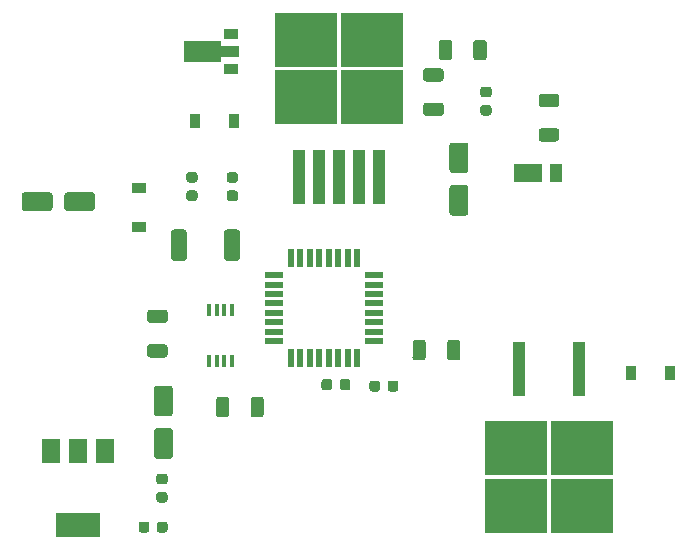
<source format=gbr>
%TF.GenerationSoftware,KiCad,Pcbnew,(5.1.8)-1*%
%TF.CreationDate,2021-08-28T19:56:38+01:00*%
%TF.ProjectId,OSC21,4f534332-312e-46b6-9963-61645f706362,rev?*%
%TF.SameCoordinates,Original*%
%TF.FileFunction,Paste,Top*%
%TF.FilePolarity,Positive*%
%FSLAX46Y46*%
G04 Gerber Fmt 4.6, Leading zero omitted, Abs format (unit mm)*
G04 Created by KiCad (PCBNEW (5.1.8)-1) date 2021-08-28 19:56:38*
%MOMM*%
%LPD*%
G01*
G04 APERTURE LIST*
%ADD10R,1.050000X1.500000*%
%ADD11R,2.400000X1.500000*%
%ADD12R,1.500000X2.000000*%
%ADD13R,3.800000X2.000000*%
%ADD14R,0.400000X1.100000*%
%ADD15R,5.250000X4.550000*%
%ADD16R,1.100000X4.600000*%
%ADD17R,1.600000X0.550000*%
%ADD18R,0.550000X1.600000*%
%ADD19C,0.100000*%
%ADD20R,1.300000X0.900000*%
%ADD21R,1.200000X0.900000*%
%ADD22R,0.900000X1.200000*%
G04 APERTURE END LIST*
D10*
%TO.C,D1*%
X154941000Y-92519500D03*
D11*
X152566000Y-92519500D03*
%TD*%
D12*
%TO.C,U4*%
X116727000Y-116039500D03*
X112127000Y-116039500D03*
X114427000Y-116039500D03*
D13*
X114427000Y-122339500D03*
%TD*%
D14*
%TO.C,U3*%
X127467000Y-108385500D03*
X126817000Y-108385500D03*
X126167000Y-108385500D03*
X125517000Y-108385500D03*
X125517000Y-104085500D03*
X126167000Y-104085500D03*
X126817000Y-104085500D03*
X127467000Y-104085500D03*
%TD*%
D15*
%TO.C,U2*%
X139300000Y-86108500D03*
X133750000Y-81258500D03*
X133750000Y-86108500D03*
X139300000Y-81258500D03*
D16*
X139925000Y-92833500D03*
X138225000Y-92833500D03*
X136525000Y-92833500D03*
X134825000Y-92833500D03*
X133125000Y-92833500D03*
%TD*%
D17*
%TO.C,U1*%
X131005000Y-106749500D03*
X131005000Y-105949500D03*
X131005000Y-105149500D03*
X131005000Y-104349500D03*
X131005000Y-103549500D03*
X131005000Y-102749500D03*
X131005000Y-101949500D03*
X131005000Y-101149500D03*
D18*
X132455000Y-99699500D03*
X133255000Y-99699500D03*
X134055000Y-99699500D03*
X134855000Y-99699500D03*
X135655000Y-99699500D03*
X136455000Y-99699500D03*
X137255000Y-99699500D03*
X138055000Y-99699500D03*
D17*
X139505000Y-101149500D03*
X139505000Y-101949500D03*
X139505000Y-102749500D03*
X139505000Y-103549500D03*
X139505000Y-104349500D03*
X139505000Y-105149500D03*
X139505000Y-105949500D03*
X139505000Y-106749500D03*
D18*
X138055000Y-108199500D03*
X137255000Y-108199500D03*
X136455000Y-108199500D03*
X135655000Y-108199500D03*
X134855000Y-108199500D03*
X134055000Y-108199500D03*
X133255000Y-108199500D03*
X132455000Y-108199500D03*
%TD*%
%TO.C,R7*%
G36*
G01*
X154930001Y-86920500D02*
X153679999Y-86920500D01*
G75*
G02*
X153430000Y-86670501I0J249999D01*
G01*
X153430000Y-86045499D01*
G75*
G02*
X153679999Y-85795500I249999J0D01*
G01*
X154930001Y-85795500D01*
G75*
G02*
X155180000Y-86045499I0J-249999D01*
G01*
X155180000Y-86670501D01*
G75*
G02*
X154930001Y-86920500I-249999J0D01*
G01*
G37*
G36*
G01*
X154930001Y-89845500D02*
X153679999Y-89845500D01*
G75*
G02*
X153430000Y-89595501I0J249999D01*
G01*
X153430000Y-88970499D01*
G75*
G02*
X153679999Y-88720500I249999J0D01*
G01*
X154930001Y-88720500D01*
G75*
G02*
X155180000Y-88970499I0J-249999D01*
G01*
X155180000Y-89595501D01*
G75*
G02*
X154930001Y-89845500I-249999J0D01*
G01*
G37*
%TD*%
%TO.C,R6*%
G36*
G01*
X121783001Y-105208500D02*
X120532999Y-105208500D01*
G75*
G02*
X120283000Y-104958501I0J249999D01*
G01*
X120283000Y-104333499D01*
G75*
G02*
X120532999Y-104083500I249999J0D01*
G01*
X121783001Y-104083500D01*
G75*
G02*
X122033000Y-104333499I0J-249999D01*
G01*
X122033000Y-104958501D01*
G75*
G02*
X121783001Y-105208500I-249999J0D01*
G01*
G37*
G36*
G01*
X121783001Y-108133500D02*
X120532999Y-108133500D01*
G75*
G02*
X120283000Y-107883501I0J249999D01*
G01*
X120283000Y-107258499D01*
G75*
G02*
X120532999Y-107008500I249999J0D01*
G01*
X121783001Y-107008500D01*
G75*
G02*
X122033000Y-107258499I0J-249999D01*
G01*
X122033000Y-107883501D01*
G75*
G02*
X121783001Y-108133500I-249999J0D01*
G01*
G37*
%TD*%
%TO.C,R5*%
G36*
G01*
X147904500Y-82730501D02*
X147904500Y-81480499D01*
G75*
G02*
X148154499Y-81230500I249999J0D01*
G01*
X148779501Y-81230500D01*
G75*
G02*
X149029500Y-81480499I0J-249999D01*
G01*
X149029500Y-82730501D01*
G75*
G02*
X148779501Y-82980500I-249999J0D01*
G01*
X148154499Y-82980500D01*
G75*
G02*
X147904500Y-82730501I0J249999D01*
G01*
G37*
G36*
G01*
X144979500Y-82730501D02*
X144979500Y-81480499D01*
G75*
G02*
X145229499Y-81230500I249999J0D01*
G01*
X145854501Y-81230500D01*
G75*
G02*
X146104500Y-81480499I0J-249999D01*
G01*
X146104500Y-82730501D01*
G75*
G02*
X145854501Y-82980500I-249999J0D01*
G01*
X145229499Y-82980500D01*
G75*
G02*
X144979500Y-82730501I0J249999D01*
G01*
G37*
%TD*%
%TO.C,R4*%
G36*
G01*
X143900999Y-86561500D02*
X145151001Y-86561500D01*
G75*
G02*
X145401000Y-86811499I0J-249999D01*
G01*
X145401000Y-87436501D01*
G75*
G02*
X145151001Y-87686500I-249999J0D01*
G01*
X143900999Y-87686500D01*
G75*
G02*
X143651000Y-87436501I0J249999D01*
G01*
X143651000Y-86811499D01*
G75*
G02*
X143900999Y-86561500I249999J0D01*
G01*
G37*
G36*
G01*
X143900999Y-83636500D02*
X145151001Y-83636500D01*
G75*
G02*
X145401000Y-83886499I0J-249999D01*
G01*
X145401000Y-84511501D01*
G75*
G02*
X145151001Y-84761500I-249999J0D01*
G01*
X143900999Y-84761500D01*
G75*
G02*
X143651000Y-84511501I0J249999D01*
G01*
X143651000Y-83886499D01*
G75*
G02*
X143900999Y-83636500I249999J0D01*
G01*
G37*
%TD*%
%TO.C,R3*%
G36*
G01*
X143880000Y-106880499D02*
X143880000Y-108130501D01*
G75*
G02*
X143630001Y-108380500I-249999J0D01*
G01*
X143004999Y-108380500D01*
G75*
G02*
X142755000Y-108130501I0J249999D01*
G01*
X142755000Y-106880499D01*
G75*
G02*
X143004999Y-106630500I249999J0D01*
G01*
X143630001Y-106630500D01*
G75*
G02*
X143880000Y-106880499I0J-249999D01*
G01*
G37*
G36*
G01*
X146805000Y-106880499D02*
X146805000Y-108130501D01*
G75*
G02*
X146555001Y-108380500I-249999J0D01*
G01*
X145929999Y-108380500D01*
G75*
G02*
X145680000Y-108130501I0J249999D01*
G01*
X145680000Y-106880499D01*
G75*
G02*
X145929999Y-106630500I249999J0D01*
G01*
X146555001Y-106630500D01*
G75*
G02*
X146805000Y-106880499I0J-249999D01*
G01*
G37*
%TD*%
%TO.C,R1*%
G36*
G01*
X129043000Y-112956501D02*
X129043000Y-111706499D01*
G75*
G02*
X129292999Y-111456500I249999J0D01*
G01*
X129918001Y-111456500D01*
G75*
G02*
X130168000Y-111706499I0J-249999D01*
G01*
X130168000Y-112956501D01*
G75*
G02*
X129918001Y-113206500I-249999J0D01*
G01*
X129292999Y-113206500D01*
G75*
G02*
X129043000Y-112956501I0J249999D01*
G01*
G37*
G36*
G01*
X126118000Y-112956501D02*
X126118000Y-111706499D01*
G75*
G02*
X126367999Y-111456500I249999J0D01*
G01*
X126993001Y-111456500D01*
G75*
G02*
X127243000Y-111706499I0J-249999D01*
G01*
X127243000Y-112956501D01*
G75*
G02*
X126993001Y-113206500I-249999J0D01*
G01*
X126367999Y-113206500D01*
G75*
G02*
X126118000Y-112956501I0J249999D01*
G01*
G37*
%TD*%
D15*
%TO.C,Q2*%
X151530000Y-115821500D03*
X157080000Y-120671500D03*
X157080000Y-115821500D03*
X151530000Y-120671500D03*
D16*
X151765000Y-109096500D03*
X156845000Y-109096500D03*
%TD*%
D19*
%TO.C,Q1*%
G36*
X123430000Y-81366000D02*
G01*
X126555000Y-81366000D01*
X126555000Y-81782500D01*
X128030000Y-81782500D01*
X128030000Y-82682500D01*
X126555000Y-82682500D01*
X126555000Y-83099000D01*
X123430000Y-83099000D01*
X123430000Y-81366000D01*
G37*
D20*
X127380000Y-80732500D03*
X127380000Y-83732500D03*
%TD*%
%TO.C,L1*%
G36*
G01*
X126797000Y-99690501D02*
X126797000Y-97540499D01*
G75*
G02*
X127046999Y-97290500I249999J0D01*
G01*
X127897001Y-97290500D01*
G75*
G02*
X128147000Y-97540499I0J-249999D01*
G01*
X128147000Y-99690501D01*
G75*
G02*
X127897001Y-99940500I-249999J0D01*
G01*
X127046999Y-99940500D01*
G75*
G02*
X126797000Y-99690501I0J249999D01*
G01*
G37*
G36*
G01*
X122297000Y-99690501D02*
X122297000Y-97540499D01*
G75*
G02*
X122546999Y-97290500I249999J0D01*
G01*
X123397001Y-97290500D01*
G75*
G02*
X123647000Y-97540499I0J-249999D01*
G01*
X123647000Y-99690501D01*
G75*
G02*
X123397001Y-99940500I-249999J0D01*
G01*
X122546999Y-99940500D01*
G75*
G02*
X122297000Y-99690501I0J249999D01*
G01*
G37*
%TD*%
D21*
%TO.C,D5*%
X119634000Y-97090500D03*
X119634000Y-93790500D03*
%TD*%
D22*
%TO.C,D4*%
X161292000Y-109410500D03*
X164592000Y-109410500D03*
%TD*%
%TO.C,D3*%
X127634000Y-88074500D03*
X124334000Y-88074500D03*
%TD*%
%TO.C,C10*%
G36*
G01*
X121116000Y-114101500D02*
X122216000Y-114101500D01*
G75*
G02*
X122466000Y-114351500I0J-250000D01*
G01*
X122466000Y-116451500D01*
G75*
G02*
X122216000Y-116701500I-250000J0D01*
G01*
X121116000Y-116701500D01*
G75*
G02*
X120866000Y-116451500I0J250000D01*
G01*
X120866000Y-114351500D01*
G75*
G02*
X121116000Y-114101500I250000J0D01*
G01*
G37*
G36*
G01*
X121116000Y-110501500D02*
X122216000Y-110501500D01*
G75*
G02*
X122466000Y-110751500I0J-250000D01*
G01*
X122466000Y-112851500D01*
G75*
G02*
X122216000Y-113101500I-250000J0D01*
G01*
X121116000Y-113101500D01*
G75*
G02*
X120866000Y-112851500I0J250000D01*
G01*
X120866000Y-110751500D01*
G75*
G02*
X121116000Y-110501500I250000J0D01*
G01*
G37*
%TD*%
%TO.C,C9*%
G36*
G01*
X121789000Y-118864500D02*
X121289000Y-118864500D01*
G75*
G02*
X121064000Y-118639500I0J225000D01*
G01*
X121064000Y-118189500D01*
G75*
G02*
X121289000Y-117964500I225000J0D01*
G01*
X121789000Y-117964500D01*
G75*
G02*
X122014000Y-118189500I0J-225000D01*
G01*
X122014000Y-118639500D01*
G75*
G02*
X121789000Y-118864500I-225000J0D01*
G01*
G37*
G36*
G01*
X121789000Y-120414500D02*
X121289000Y-120414500D01*
G75*
G02*
X121064000Y-120189500I0J225000D01*
G01*
X121064000Y-119739500D01*
G75*
G02*
X121289000Y-119514500I225000J0D01*
G01*
X121789000Y-119514500D01*
G75*
G02*
X122014000Y-119739500I0J-225000D01*
G01*
X122014000Y-120189500D01*
G75*
G02*
X121789000Y-120414500I-225000J0D01*
G01*
G37*
%TD*%
%TO.C,C8*%
G36*
G01*
X123829000Y-93974500D02*
X124329000Y-93974500D01*
G75*
G02*
X124554000Y-94199500I0J-225000D01*
G01*
X124554000Y-94649500D01*
G75*
G02*
X124329000Y-94874500I-225000J0D01*
G01*
X123829000Y-94874500D01*
G75*
G02*
X123604000Y-94649500I0J225000D01*
G01*
X123604000Y-94199500D01*
G75*
G02*
X123829000Y-93974500I225000J0D01*
G01*
G37*
G36*
G01*
X123829000Y-92424500D02*
X124329000Y-92424500D01*
G75*
G02*
X124554000Y-92649500I0J-225000D01*
G01*
X124554000Y-93099500D01*
G75*
G02*
X124329000Y-93324500I-225000J0D01*
G01*
X123829000Y-93324500D01*
G75*
G02*
X123604000Y-93099500I0J225000D01*
G01*
X123604000Y-92649500D01*
G75*
G02*
X123829000Y-92424500I225000J0D01*
G01*
G37*
%TD*%
%TO.C,C7*%
G36*
G01*
X121115000Y-122741500D02*
X121115000Y-122241500D01*
G75*
G02*
X121340000Y-122016500I225000J0D01*
G01*
X121790000Y-122016500D01*
G75*
G02*
X122015000Y-122241500I0J-225000D01*
G01*
X122015000Y-122741500D01*
G75*
G02*
X121790000Y-122966500I-225000J0D01*
G01*
X121340000Y-122966500D01*
G75*
G02*
X121115000Y-122741500I0J225000D01*
G01*
G37*
G36*
G01*
X119565000Y-122741500D02*
X119565000Y-122241500D01*
G75*
G02*
X119790000Y-122016500I225000J0D01*
G01*
X120240000Y-122016500D01*
G75*
G02*
X120465000Y-122241500I0J-225000D01*
G01*
X120465000Y-122741500D01*
G75*
G02*
X120240000Y-122966500I-225000J0D01*
G01*
X119790000Y-122966500D01*
G75*
G02*
X119565000Y-122741500I0J225000D01*
G01*
G37*
%TD*%
%TO.C,C6*%
G36*
G01*
X148721000Y-86748500D02*
X149221000Y-86748500D01*
G75*
G02*
X149446000Y-86973500I0J-225000D01*
G01*
X149446000Y-87423500D01*
G75*
G02*
X149221000Y-87648500I-225000J0D01*
G01*
X148721000Y-87648500D01*
G75*
G02*
X148496000Y-87423500I0J225000D01*
G01*
X148496000Y-86973500D01*
G75*
G02*
X148721000Y-86748500I225000J0D01*
G01*
G37*
G36*
G01*
X148721000Y-85198500D02*
X149221000Y-85198500D01*
G75*
G02*
X149446000Y-85423500I0J-225000D01*
G01*
X149446000Y-85873500D01*
G75*
G02*
X149221000Y-86098500I-225000J0D01*
G01*
X148721000Y-86098500D01*
G75*
G02*
X148496000Y-85873500I0J225000D01*
G01*
X148496000Y-85423500D01*
G75*
G02*
X148721000Y-85198500I225000J0D01*
G01*
G37*
%TD*%
%TO.C,C5*%
G36*
G01*
X146135000Y-93527500D02*
X147235000Y-93527500D01*
G75*
G02*
X147485000Y-93777500I0J-250000D01*
G01*
X147485000Y-95877500D01*
G75*
G02*
X147235000Y-96127500I-250000J0D01*
G01*
X146135000Y-96127500D01*
G75*
G02*
X145885000Y-95877500I0J250000D01*
G01*
X145885000Y-93777500D01*
G75*
G02*
X146135000Y-93527500I250000J0D01*
G01*
G37*
G36*
G01*
X146135000Y-89927500D02*
X147235000Y-89927500D01*
G75*
G02*
X147485000Y-90177500I0J-250000D01*
G01*
X147485000Y-92277500D01*
G75*
G02*
X147235000Y-92527500I-250000J0D01*
G01*
X146135000Y-92527500D01*
G75*
G02*
X145885000Y-92277500I0J250000D01*
G01*
X145885000Y-90177500D01*
G75*
G02*
X146135000Y-89927500I250000J0D01*
G01*
G37*
%TD*%
%TO.C,C4*%
G36*
G01*
X112276000Y-94382500D02*
X112276000Y-95482500D01*
G75*
G02*
X112026000Y-95732500I-250000J0D01*
G01*
X109926000Y-95732500D01*
G75*
G02*
X109676000Y-95482500I0J250000D01*
G01*
X109676000Y-94382500D01*
G75*
G02*
X109926000Y-94132500I250000J0D01*
G01*
X112026000Y-94132500D01*
G75*
G02*
X112276000Y-94382500I0J-250000D01*
G01*
G37*
G36*
G01*
X115876000Y-94382500D02*
X115876000Y-95482500D01*
G75*
G02*
X115626000Y-95732500I-250000J0D01*
G01*
X113526000Y-95732500D01*
G75*
G02*
X113276000Y-95482500I0J250000D01*
G01*
X113276000Y-94382500D01*
G75*
G02*
X113526000Y-94132500I250000J0D01*
G01*
X115626000Y-94132500D01*
G75*
G02*
X115876000Y-94382500I0J-250000D01*
G01*
G37*
%TD*%
%TO.C,C3*%
G36*
G01*
X127258000Y-93987500D02*
X127758000Y-93987500D01*
G75*
G02*
X127983000Y-94212500I0J-225000D01*
G01*
X127983000Y-94662500D01*
G75*
G02*
X127758000Y-94887500I-225000J0D01*
G01*
X127258000Y-94887500D01*
G75*
G02*
X127033000Y-94662500I0J225000D01*
G01*
X127033000Y-94212500D01*
G75*
G02*
X127258000Y-93987500I225000J0D01*
G01*
G37*
G36*
G01*
X127258000Y-92437500D02*
X127758000Y-92437500D01*
G75*
G02*
X127983000Y-92662500I0J-225000D01*
G01*
X127983000Y-93112500D01*
G75*
G02*
X127758000Y-93337500I-225000J0D01*
G01*
X127258000Y-93337500D01*
G75*
G02*
X127033000Y-93112500I0J225000D01*
G01*
X127033000Y-92662500D01*
G75*
G02*
X127258000Y-92437500I225000J0D01*
G01*
G37*
%TD*%
%TO.C,C2*%
G36*
G01*
X140660000Y-110803500D02*
X140660000Y-110303500D01*
G75*
G02*
X140885000Y-110078500I225000J0D01*
G01*
X141335000Y-110078500D01*
G75*
G02*
X141560000Y-110303500I0J-225000D01*
G01*
X141560000Y-110803500D01*
G75*
G02*
X141335000Y-111028500I-225000J0D01*
G01*
X140885000Y-111028500D01*
G75*
G02*
X140660000Y-110803500I0J225000D01*
G01*
G37*
G36*
G01*
X139110000Y-110803500D02*
X139110000Y-110303500D01*
G75*
G02*
X139335000Y-110078500I225000J0D01*
G01*
X139785000Y-110078500D01*
G75*
G02*
X140010000Y-110303500I0J-225000D01*
G01*
X140010000Y-110803500D01*
G75*
G02*
X139785000Y-111028500I-225000J0D01*
G01*
X139335000Y-111028500D01*
G75*
G02*
X139110000Y-110803500I0J225000D01*
G01*
G37*
%TD*%
%TO.C,C1*%
G36*
G01*
X135946000Y-110176500D02*
X135946000Y-110676500D01*
G75*
G02*
X135721000Y-110901500I-225000J0D01*
G01*
X135271000Y-110901500D01*
G75*
G02*
X135046000Y-110676500I0J225000D01*
G01*
X135046000Y-110176500D01*
G75*
G02*
X135271000Y-109951500I225000J0D01*
G01*
X135721000Y-109951500D01*
G75*
G02*
X135946000Y-110176500I0J-225000D01*
G01*
G37*
G36*
G01*
X137496000Y-110176500D02*
X137496000Y-110676500D01*
G75*
G02*
X137271000Y-110901500I-225000J0D01*
G01*
X136821000Y-110901500D01*
G75*
G02*
X136596000Y-110676500I0J225000D01*
G01*
X136596000Y-110176500D01*
G75*
G02*
X136821000Y-109951500I225000J0D01*
G01*
X137271000Y-109951500D01*
G75*
G02*
X137496000Y-110176500I0J-225000D01*
G01*
G37*
%TD*%
M02*

</source>
